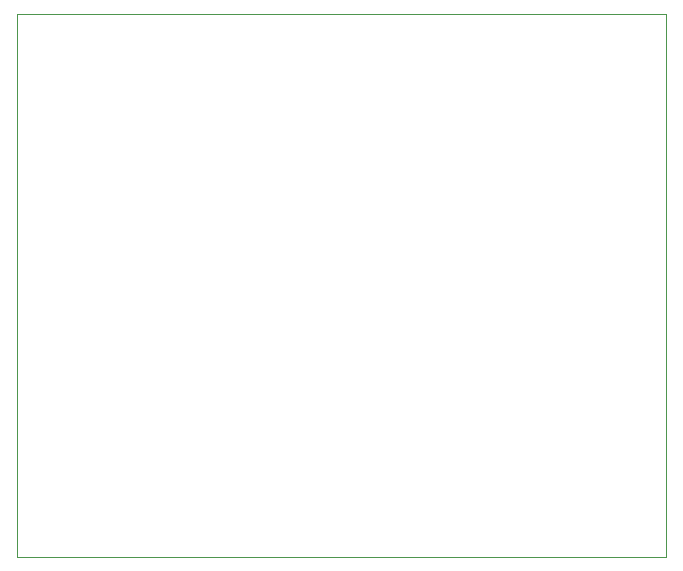
<source format=gbr>
%TF.GenerationSoftware,KiCad,Pcbnew,(5.0.2)-1*%
%TF.CreationDate,2020-07-31T09:38:14+02:00*%
%TF.ProjectId,Multimeter_Watch_Board_V1,4d756c74-696d-4657-9465-725f57617463,rev?*%
%TF.SameCoordinates,Original*%
%TF.FileFunction,Profile,NP*%
%FSLAX46Y46*%
G04 Gerber Fmt 4.6, Leading zero omitted, Abs format (unit mm)*
G04 Created by KiCad (PCBNEW (5.0.2)-1) date 31.7.2020 9:38:14*
%MOMM*%
%LPD*%
G01*
G04 APERTURE LIST*
%ADD10C,0.050000*%
G04 APERTURE END LIST*
D10*
X155000000Y-96000000D02*
X151000000Y-96000000D01*
X155000000Y-50000000D02*
X155000000Y-96000000D01*
X100000000Y-96000000D02*
X151000000Y-96000000D01*
X100000000Y-50000000D02*
X100000000Y-96000000D01*
X155000000Y-50000000D02*
X100000000Y-50000000D01*
M02*

</source>
